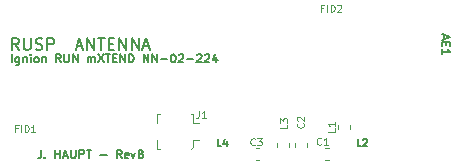
<source format=gbr>
%TF.GenerationSoftware,KiCad,Pcbnew,6.0.2+dfsg-1*%
%TF.CreationDate,2022-09-07T20:40:41-04:00*%
%TF.ProjectId,RUSP_Antenna,52555350-5f41-46e7-9465-6e6e612e6b69,rev?*%
%TF.SameCoordinates,Original*%
%TF.FileFunction,Legend,Top*%
%TF.FilePolarity,Positive*%
%FSLAX46Y46*%
G04 Gerber Fmt 4.6, Leading zero omitted, Abs format (unit mm)*
G04 Created by KiCad (PCBNEW 6.0.2+dfsg-1) date 2022-09-07 20:40:41*
%MOMM*%
%LPD*%
G01*
G04 APERTURE LIST*
%ADD10C,0.130000*%
%ADD11C,0.150000*%
%ADD12C,0.120000*%
G04 APERTURE END LIST*
D10*
X124716666Y-96716666D02*
X124716666Y-96016666D01*
X125350000Y-96250000D02*
X125350000Y-96816666D01*
X125316666Y-96883333D01*
X125283333Y-96916666D01*
X125216666Y-96950000D01*
X125116666Y-96950000D01*
X125050000Y-96916666D01*
X125350000Y-96683333D02*
X125283333Y-96716666D01*
X125150000Y-96716666D01*
X125083333Y-96683333D01*
X125050000Y-96650000D01*
X125016666Y-96583333D01*
X125016666Y-96383333D01*
X125050000Y-96316666D01*
X125083333Y-96283333D01*
X125150000Y-96250000D01*
X125283333Y-96250000D01*
X125350000Y-96283333D01*
X125683333Y-96250000D02*
X125683333Y-96716666D01*
X125683333Y-96316666D02*
X125716666Y-96283333D01*
X125783333Y-96250000D01*
X125883333Y-96250000D01*
X125950000Y-96283333D01*
X125983333Y-96350000D01*
X125983333Y-96716666D01*
X126316666Y-96716666D02*
X126316666Y-96250000D01*
X126316666Y-96016666D02*
X126283333Y-96050000D01*
X126316666Y-96083333D01*
X126350000Y-96050000D01*
X126316666Y-96016666D01*
X126316666Y-96083333D01*
X126750000Y-96716666D02*
X126683333Y-96683333D01*
X126650000Y-96650000D01*
X126616666Y-96583333D01*
X126616666Y-96383333D01*
X126650000Y-96316666D01*
X126683333Y-96283333D01*
X126750000Y-96250000D01*
X126850000Y-96250000D01*
X126916666Y-96283333D01*
X126950000Y-96316666D01*
X126983333Y-96383333D01*
X126983333Y-96583333D01*
X126950000Y-96650000D01*
X126916666Y-96683333D01*
X126850000Y-96716666D01*
X126750000Y-96716666D01*
X127283333Y-96250000D02*
X127283333Y-96716666D01*
X127283333Y-96316666D02*
X127316666Y-96283333D01*
X127383333Y-96250000D01*
X127483333Y-96250000D01*
X127550000Y-96283333D01*
X127583333Y-96350000D01*
X127583333Y-96716666D01*
X128850000Y-96716666D02*
X128616666Y-96383333D01*
X128450000Y-96716666D02*
X128450000Y-96016666D01*
X128716666Y-96016666D01*
X128783333Y-96050000D01*
X128816666Y-96083333D01*
X128850000Y-96150000D01*
X128850000Y-96250000D01*
X128816666Y-96316666D01*
X128783333Y-96350000D01*
X128716666Y-96383333D01*
X128450000Y-96383333D01*
X129150000Y-96016666D02*
X129150000Y-96583333D01*
X129183333Y-96650000D01*
X129216666Y-96683333D01*
X129283333Y-96716666D01*
X129416666Y-96716666D01*
X129483333Y-96683333D01*
X129516666Y-96650000D01*
X129550000Y-96583333D01*
X129550000Y-96016666D01*
X129883333Y-96716666D02*
X129883333Y-96016666D01*
X130283333Y-96716666D01*
X130283333Y-96016666D01*
X131150000Y-96716666D02*
X131150000Y-96250000D01*
X131150000Y-96316666D02*
X131183333Y-96283333D01*
X131250000Y-96250000D01*
X131350000Y-96250000D01*
X131416666Y-96283333D01*
X131450000Y-96350000D01*
X131450000Y-96716666D01*
X131450000Y-96350000D02*
X131483333Y-96283333D01*
X131550000Y-96250000D01*
X131650000Y-96250000D01*
X131716666Y-96283333D01*
X131750000Y-96350000D01*
X131750000Y-96716666D01*
X132016666Y-96016666D02*
X132483333Y-96716666D01*
X132483333Y-96016666D02*
X132016666Y-96716666D01*
X132650000Y-96016666D02*
X133050000Y-96016666D01*
X132850000Y-96716666D02*
X132850000Y-96016666D01*
X133283333Y-96350000D02*
X133516666Y-96350000D01*
X133616666Y-96716666D02*
X133283333Y-96716666D01*
X133283333Y-96016666D01*
X133616666Y-96016666D01*
X133916666Y-96716666D02*
X133916666Y-96016666D01*
X134316666Y-96716666D01*
X134316666Y-96016666D01*
X134650000Y-96716666D02*
X134650000Y-96016666D01*
X134816666Y-96016666D01*
X134916666Y-96050000D01*
X134983333Y-96116666D01*
X135016666Y-96183333D01*
X135050000Y-96316666D01*
X135050000Y-96416666D01*
X135016666Y-96550000D01*
X134983333Y-96616666D01*
X134916666Y-96683333D01*
X134816666Y-96716666D01*
X134650000Y-96716666D01*
X135883333Y-96716666D02*
X135883333Y-96016666D01*
X136283333Y-96716666D01*
X136283333Y-96016666D01*
X136616666Y-96716666D02*
X136616666Y-96016666D01*
X137016666Y-96716666D01*
X137016666Y-96016666D01*
X137350000Y-96450000D02*
X137883333Y-96450000D01*
X138350000Y-96016666D02*
X138416666Y-96016666D01*
X138483333Y-96050000D01*
X138516666Y-96083333D01*
X138550000Y-96150000D01*
X138583333Y-96283333D01*
X138583333Y-96450000D01*
X138550000Y-96583333D01*
X138516666Y-96650000D01*
X138483333Y-96683333D01*
X138416666Y-96716666D01*
X138350000Y-96716666D01*
X138283333Y-96683333D01*
X138250000Y-96650000D01*
X138216666Y-96583333D01*
X138183333Y-96450000D01*
X138183333Y-96283333D01*
X138216666Y-96150000D01*
X138250000Y-96083333D01*
X138283333Y-96050000D01*
X138350000Y-96016666D01*
X138850000Y-96083333D02*
X138883333Y-96050000D01*
X138950000Y-96016666D01*
X139116666Y-96016666D01*
X139183333Y-96050000D01*
X139216666Y-96083333D01*
X139250000Y-96150000D01*
X139250000Y-96216666D01*
X139216666Y-96316666D01*
X138816666Y-96716666D01*
X139250000Y-96716666D01*
X139550000Y-96450000D02*
X140083333Y-96450000D01*
X140383333Y-96083333D02*
X140416666Y-96050000D01*
X140483333Y-96016666D01*
X140650000Y-96016666D01*
X140716666Y-96050000D01*
X140750000Y-96083333D01*
X140783333Y-96150000D01*
X140783333Y-96216666D01*
X140750000Y-96316666D01*
X140350000Y-96716666D01*
X140783333Y-96716666D01*
X141050000Y-96083333D02*
X141083333Y-96050000D01*
X141150000Y-96016666D01*
X141316666Y-96016666D01*
X141383333Y-96050000D01*
X141416666Y-96083333D01*
X141450000Y-96150000D01*
X141450000Y-96216666D01*
X141416666Y-96316666D01*
X141016666Y-96716666D01*
X141450000Y-96716666D01*
X142050000Y-96250000D02*
X142050000Y-96716666D01*
X141883333Y-95983333D02*
X141716666Y-96483333D01*
X142150000Y-96483333D01*
D11*
X127183333Y-104116666D02*
X127183333Y-104616666D01*
X127150000Y-104716666D01*
X127083333Y-104783333D01*
X126983333Y-104816666D01*
X126916666Y-104816666D01*
X127516666Y-104750000D02*
X127550000Y-104783333D01*
X127516666Y-104816666D01*
X127483333Y-104783333D01*
X127516666Y-104750000D01*
X127516666Y-104816666D01*
X128383333Y-104816666D02*
X128383333Y-104116666D01*
X128383333Y-104450000D02*
X128783333Y-104450000D01*
X128783333Y-104816666D02*
X128783333Y-104116666D01*
X129083333Y-104616666D02*
X129416666Y-104616666D01*
X129016666Y-104816666D02*
X129250000Y-104116666D01*
X129483333Y-104816666D01*
X129716666Y-104116666D02*
X129716666Y-104683333D01*
X129750000Y-104750000D01*
X129783333Y-104783333D01*
X129850000Y-104816666D01*
X129983333Y-104816666D01*
X130050000Y-104783333D01*
X130083333Y-104750000D01*
X130116666Y-104683333D01*
X130116666Y-104116666D01*
X130450000Y-104816666D02*
X130450000Y-104116666D01*
X130716666Y-104116666D01*
X130783333Y-104150000D01*
X130816666Y-104183333D01*
X130850000Y-104250000D01*
X130850000Y-104350000D01*
X130816666Y-104416666D01*
X130783333Y-104450000D01*
X130716666Y-104483333D01*
X130450000Y-104483333D01*
X131050000Y-104116666D02*
X131450000Y-104116666D01*
X131250000Y-104816666D02*
X131250000Y-104116666D01*
X132216666Y-104550000D02*
X132750000Y-104550000D01*
X134016666Y-104816666D02*
X133783333Y-104483333D01*
X133616666Y-104816666D02*
X133616666Y-104116666D01*
X133883333Y-104116666D01*
X133950000Y-104150000D01*
X133983333Y-104183333D01*
X134016666Y-104250000D01*
X134016666Y-104350000D01*
X133983333Y-104416666D01*
X133950000Y-104450000D01*
X133883333Y-104483333D01*
X133616666Y-104483333D01*
X134583333Y-104783333D02*
X134516666Y-104816666D01*
X134383333Y-104816666D01*
X134316666Y-104783333D01*
X134283333Y-104716666D01*
X134283333Y-104450000D01*
X134316666Y-104383333D01*
X134383333Y-104350000D01*
X134516666Y-104350000D01*
X134583333Y-104383333D01*
X134616666Y-104450000D01*
X134616666Y-104516666D01*
X134283333Y-104583333D01*
X134850000Y-104350000D02*
X135016666Y-104816666D01*
X135183333Y-104350000D01*
X135683333Y-104450000D02*
X135783333Y-104483333D01*
X135816666Y-104516666D01*
X135850000Y-104583333D01*
X135850000Y-104683333D01*
X135816666Y-104750000D01*
X135783333Y-104783333D01*
X135716666Y-104816666D01*
X135450000Y-104816666D01*
X135450000Y-104116666D01*
X135683333Y-104116666D01*
X135750000Y-104150000D01*
X135783333Y-104183333D01*
X135816666Y-104250000D01*
X135816666Y-104316666D01*
X135783333Y-104383333D01*
X135750000Y-104416666D01*
X135683333Y-104450000D01*
X135450000Y-104450000D01*
X125307023Y-95652380D02*
X124973690Y-95176190D01*
X124735595Y-95652380D02*
X124735595Y-94652380D01*
X125116547Y-94652380D01*
X125211785Y-94700000D01*
X125259404Y-94747619D01*
X125307023Y-94842857D01*
X125307023Y-94985714D01*
X125259404Y-95080952D01*
X125211785Y-95128571D01*
X125116547Y-95176190D01*
X124735595Y-95176190D01*
X125735595Y-94652380D02*
X125735595Y-95461904D01*
X125783214Y-95557142D01*
X125830833Y-95604761D01*
X125926071Y-95652380D01*
X126116547Y-95652380D01*
X126211785Y-95604761D01*
X126259404Y-95557142D01*
X126307023Y-95461904D01*
X126307023Y-94652380D01*
X126735595Y-95604761D02*
X126878452Y-95652380D01*
X127116547Y-95652380D01*
X127211785Y-95604761D01*
X127259404Y-95557142D01*
X127307023Y-95461904D01*
X127307023Y-95366666D01*
X127259404Y-95271428D01*
X127211785Y-95223809D01*
X127116547Y-95176190D01*
X126926071Y-95128571D01*
X126830833Y-95080952D01*
X126783214Y-95033333D01*
X126735595Y-94938095D01*
X126735595Y-94842857D01*
X126783214Y-94747619D01*
X126830833Y-94700000D01*
X126926071Y-94652380D01*
X127164166Y-94652380D01*
X127307023Y-94700000D01*
X127735595Y-95652380D02*
X127735595Y-94652380D01*
X128116547Y-94652380D01*
X128211785Y-94700000D01*
X128259404Y-94747619D01*
X128307023Y-94842857D01*
X128307023Y-94985714D01*
X128259404Y-95080952D01*
X128211785Y-95128571D01*
X128116547Y-95176190D01*
X127735595Y-95176190D01*
X130211785Y-95366666D02*
X130687976Y-95366666D01*
X130116547Y-95652380D02*
X130449880Y-94652380D01*
X130783214Y-95652380D01*
X131116547Y-95652380D02*
X131116547Y-94652380D01*
X131687976Y-95652380D01*
X131687976Y-94652380D01*
X132021309Y-94652380D02*
X132592738Y-94652380D01*
X132307023Y-95652380D02*
X132307023Y-94652380D01*
X132926071Y-95128571D02*
X133259404Y-95128571D01*
X133402261Y-95652380D02*
X132926071Y-95652380D01*
X132926071Y-94652380D01*
X133402261Y-94652380D01*
X133830833Y-95652380D02*
X133830833Y-94652380D01*
X134402261Y-95652380D01*
X134402261Y-94652380D01*
X134878452Y-95652380D02*
X134878452Y-94652380D01*
X135449880Y-95652380D01*
X135449880Y-94652380D01*
X135878452Y-95366666D02*
X136354642Y-95366666D01*
X135783214Y-95652380D02*
X136116547Y-94652380D01*
X136449880Y-95652380D01*
D12*
%TO.C,FID1*%
X125207142Y-102307142D02*
X125007142Y-102307142D01*
X125007142Y-102621428D02*
X125007142Y-102021428D01*
X125292857Y-102021428D01*
X125521428Y-102621428D02*
X125521428Y-102021428D01*
X125807142Y-102621428D02*
X125807142Y-102021428D01*
X125950000Y-102021428D01*
X126035714Y-102050000D01*
X126092857Y-102107142D01*
X126121428Y-102164285D01*
X126150000Y-102278571D01*
X126150000Y-102364285D01*
X126121428Y-102478571D01*
X126092857Y-102535714D01*
X126035714Y-102592857D01*
X125950000Y-102621428D01*
X125807142Y-102621428D01*
X126721428Y-102621428D02*
X126378571Y-102621428D01*
X126550000Y-102621428D02*
X126550000Y-102021428D01*
X126492857Y-102107142D01*
X126435714Y-102164285D01*
X126378571Y-102192857D01*
%TO.C,FID2*%
X151107142Y-92107142D02*
X150907142Y-92107142D01*
X150907142Y-92421428D02*
X150907142Y-91821428D01*
X151192857Y-91821428D01*
X151421428Y-92421428D02*
X151421428Y-91821428D01*
X151707142Y-92421428D02*
X151707142Y-91821428D01*
X151850000Y-91821428D01*
X151935714Y-91850000D01*
X151992857Y-91907142D01*
X152021428Y-91964285D01*
X152050000Y-92078571D01*
X152050000Y-92164285D01*
X152021428Y-92278571D01*
X151992857Y-92335714D01*
X151935714Y-92392857D01*
X151850000Y-92421428D01*
X151707142Y-92421428D01*
X152278571Y-91878571D02*
X152307142Y-91850000D01*
X152364285Y-91821428D01*
X152507142Y-91821428D01*
X152564285Y-91850000D01*
X152592857Y-91878571D01*
X152621428Y-91935714D01*
X152621428Y-91992857D01*
X152592857Y-92078571D01*
X152250000Y-92421428D01*
X152621428Y-92421428D01*
%TO.C,J1*%
X140550000Y-100821428D02*
X140550000Y-101250000D01*
X140521428Y-101335714D01*
X140464285Y-101392857D01*
X140378571Y-101421428D01*
X140321428Y-101421428D01*
X141150000Y-101421428D02*
X140807142Y-101421428D01*
X140978571Y-101421428D02*
X140978571Y-100821428D01*
X140921428Y-100907142D01*
X140864285Y-100964285D01*
X140807142Y-100992857D01*
%TO.C,C1*%
X150900000Y-103634285D02*
X150871428Y-103662857D01*
X150785714Y-103691428D01*
X150728571Y-103691428D01*
X150642857Y-103662857D01*
X150585714Y-103605714D01*
X150557142Y-103548571D01*
X150528571Y-103434285D01*
X150528571Y-103348571D01*
X150557142Y-103234285D01*
X150585714Y-103177142D01*
X150642857Y-103120000D01*
X150728571Y-103091428D01*
X150785714Y-103091428D01*
X150871428Y-103120000D01*
X150900000Y-103148571D01*
X151471428Y-103691428D02*
X151128571Y-103691428D01*
X151300000Y-103691428D02*
X151300000Y-103091428D01*
X151242857Y-103177142D01*
X151185714Y-103234285D01*
X151128571Y-103262857D01*
%TO.C,C2*%
X149394285Y-101880000D02*
X149422857Y-101908571D01*
X149451428Y-101994285D01*
X149451428Y-102051428D01*
X149422857Y-102137142D01*
X149365714Y-102194285D01*
X149308571Y-102222857D01*
X149194285Y-102251428D01*
X149108571Y-102251428D01*
X148994285Y-102222857D01*
X148937142Y-102194285D01*
X148880000Y-102137142D01*
X148851428Y-102051428D01*
X148851428Y-101994285D01*
X148880000Y-101908571D01*
X148908571Y-101880000D01*
X148908571Y-101651428D02*
X148880000Y-101622857D01*
X148851428Y-101565714D01*
X148851428Y-101422857D01*
X148880000Y-101365714D01*
X148908571Y-101337142D01*
X148965714Y-101308571D01*
X149022857Y-101308571D01*
X149108571Y-101337142D01*
X149451428Y-101680000D01*
X149451428Y-101308571D01*
%TO.C,L1*%
X152071428Y-102300000D02*
X152071428Y-102585714D01*
X151471428Y-102585714D01*
X152071428Y-101785714D02*
X152071428Y-102128571D01*
X152071428Y-101957142D02*
X151471428Y-101957142D01*
X151557142Y-102014285D01*
X151614285Y-102071428D01*
X151642857Y-102128571D01*
D10*
%TO.C,AE1*%
X161333333Y-94383333D02*
X161333333Y-94716666D01*
X161133333Y-94316666D02*
X161833333Y-94550000D01*
X161133333Y-94783333D01*
X161500000Y-95016666D02*
X161500000Y-95250000D01*
X161133333Y-95350000D02*
X161133333Y-95016666D01*
X161833333Y-95016666D01*
X161833333Y-95350000D01*
X161133333Y-96016666D02*
X161133333Y-95616666D01*
X161133333Y-95816666D02*
X161833333Y-95816666D01*
X161733333Y-95750000D01*
X161666666Y-95683333D01*
X161633333Y-95616666D01*
D11*
%TO.C,L4*%
X142440000Y-103801428D02*
X142154285Y-103801428D01*
X142154285Y-103201428D01*
X142897142Y-103401428D02*
X142897142Y-103801428D01*
X142754285Y-103172857D02*
X142611428Y-103601428D01*
X142982857Y-103601428D01*
%TO.C,L2*%
X154280000Y-103801428D02*
X153994285Y-103801428D01*
X153994285Y-103201428D01*
X154451428Y-103258571D02*
X154480000Y-103230000D01*
X154537142Y-103201428D01*
X154680000Y-103201428D01*
X154737142Y-103230000D01*
X154765714Y-103258571D01*
X154794285Y-103315714D01*
X154794285Y-103372857D01*
X154765714Y-103458571D01*
X154422857Y-103801428D01*
X154794285Y-103801428D01*
D12*
%TO.C,L3*%
X148041428Y-101980000D02*
X148041428Y-102265714D01*
X147441428Y-102265714D01*
X147441428Y-101837142D02*
X147441428Y-101465714D01*
X147670000Y-101665714D01*
X147670000Y-101580000D01*
X147698571Y-101522857D01*
X147727142Y-101494285D01*
X147784285Y-101465714D01*
X147927142Y-101465714D01*
X147984285Y-101494285D01*
X148012857Y-101522857D01*
X148041428Y-101580000D01*
X148041428Y-101751428D01*
X148012857Y-101808571D01*
X147984285Y-101837142D01*
%TO.C,C3*%
X145300000Y-103684285D02*
X145271428Y-103712857D01*
X145185714Y-103741428D01*
X145128571Y-103741428D01*
X145042857Y-103712857D01*
X144985714Y-103655714D01*
X144957142Y-103598571D01*
X144928571Y-103484285D01*
X144928571Y-103398571D01*
X144957142Y-103284285D01*
X144985714Y-103227142D01*
X145042857Y-103170000D01*
X145128571Y-103141428D01*
X145185714Y-103141428D01*
X145271428Y-103170000D01*
X145300000Y-103198571D01*
X145500000Y-103141428D02*
X145871428Y-103141428D01*
X145671428Y-103370000D01*
X145757142Y-103370000D01*
X145814285Y-103398571D01*
X145842857Y-103427142D01*
X145871428Y-103484285D01*
X145871428Y-103627142D01*
X145842857Y-103684285D01*
X145814285Y-103712857D01*
X145757142Y-103741428D01*
X145585714Y-103741428D01*
X145528571Y-103712857D01*
X145500000Y-103684285D01*
%TO.C,J1*%
X137250000Y-104050000D02*
X137050000Y-104050000D01*
X140050000Y-101050000D02*
X140050000Y-101850000D01*
X140050000Y-103250000D02*
X140050000Y-103850000D01*
X140050000Y-101850000D02*
X140550000Y-101850000D01*
X140050000Y-103850000D02*
X139850000Y-104050000D01*
X137050000Y-104050000D02*
X137050000Y-103250000D01*
X140050000Y-103250000D02*
X140550000Y-103250000D01*
X139850000Y-101050000D02*
X140050000Y-101050000D01*
X137050000Y-101050000D02*
X137250000Y-101050000D01*
X137050000Y-101850000D02*
X137050000Y-101050000D01*
%TO.C,C1*%
X151259420Y-103940000D02*
X151540580Y-103940000D01*
X151259420Y-104960000D02*
X151540580Y-104960000D01*
%TO.C,C2*%
X148680000Y-103579420D02*
X148680000Y-103860580D01*
X149700000Y-103579420D02*
X149700000Y-103860580D01*
%TO.C,L1*%
X152350000Y-102352779D02*
X152350000Y-102027221D01*
X153370000Y-102352779D02*
X153370000Y-102027221D01*
%TO.C,L3*%
X147200000Y-103872779D02*
X147200000Y-103547221D01*
X148220000Y-103872779D02*
X148220000Y-103547221D01*
%TO.C,C3*%
X145359420Y-105010000D02*
X145640580Y-105010000D01*
X145359420Y-103990000D02*
X145640580Y-103990000D01*
%TD*%
M02*

</source>
